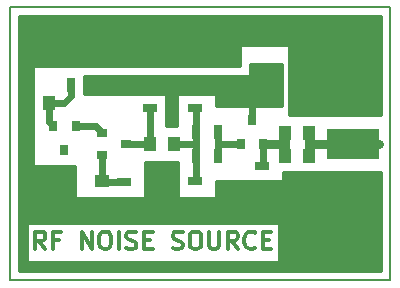
<source format=gbr>
G04 #@! TF.FileFunction,Copper,L1,Top,Signal*
%FSLAX46Y46*%
G04 Gerber Fmt 4.6, Leading zero omitted, Abs format (unit mm)*
G04 Created by KiCad (PCBNEW 4.0.6) date Wed Jul 14 20:47:06 2021*
%MOMM*%
%LPD*%
G01*
G04 APERTURE LIST*
%ADD10C,0.020000*%
%ADD11C,0.150000*%
%ADD12C,0.300000*%
%ADD13R,1.000000X1.250000*%
%ADD14R,1.250000X1.000000*%
%ADD15R,4.445000X2.540000*%
%ADD16R,1.000000X3.000000*%
%ADD17R,0.800000X0.900000*%
%ADD18R,0.900000X0.800000*%
%ADD19R,0.700000X1.300000*%
%ADD20R,1.300000X0.700000*%
%ADD21C,0.600000*%
%ADD22C,0.800000*%
%ADD23C,0.254000*%
G04 APERTURE END LIST*
D10*
D11*
X157988000Y-111633000D02*
X157988000Y-88519000D01*
X125857000Y-111633000D02*
X157988000Y-111633000D01*
X125857000Y-88519000D02*
X125857000Y-111633000D01*
X157988000Y-88519000D02*
X125857000Y-88519000D01*
D12*
X128814857Y-109009571D02*
X128314857Y-108295286D01*
X127957714Y-109009571D02*
X127957714Y-107509571D01*
X128529142Y-107509571D01*
X128672000Y-107581000D01*
X128743428Y-107652429D01*
X128814857Y-107795286D01*
X128814857Y-108009571D01*
X128743428Y-108152429D01*
X128672000Y-108223857D01*
X128529142Y-108295286D01*
X127957714Y-108295286D01*
X129957714Y-108223857D02*
X129457714Y-108223857D01*
X129457714Y-109009571D02*
X129457714Y-107509571D01*
X130172000Y-107509571D01*
X131886285Y-109009571D02*
X131886285Y-107509571D01*
X132743428Y-109009571D01*
X132743428Y-107509571D01*
X133743428Y-107509571D02*
X134029142Y-107509571D01*
X134172000Y-107581000D01*
X134314857Y-107723857D01*
X134386285Y-108009571D01*
X134386285Y-108509571D01*
X134314857Y-108795286D01*
X134172000Y-108938143D01*
X134029142Y-109009571D01*
X133743428Y-109009571D01*
X133600571Y-108938143D01*
X133457714Y-108795286D01*
X133386285Y-108509571D01*
X133386285Y-108009571D01*
X133457714Y-107723857D01*
X133600571Y-107581000D01*
X133743428Y-107509571D01*
X135029143Y-109009571D02*
X135029143Y-107509571D01*
X135672000Y-108938143D02*
X135886286Y-109009571D01*
X136243429Y-109009571D01*
X136386286Y-108938143D01*
X136457715Y-108866714D01*
X136529143Y-108723857D01*
X136529143Y-108581000D01*
X136457715Y-108438143D01*
X136386286Y-108366714D01*
X136243429Y-108295286D01*
X135957715Y-108223857D01*
X135814857Y-108152429D01*
X135743429Y-108081000D01*
X135672000Y-107938143D01*
X135672000Y-107795286D01*
X135743429Y-107652429D01*
X135814857Y-107581000D01*
X135957715Y-107509571D01*
X136314857Y-107509571D01*
X136529143Y-107581000D01*
X137172000Y-108223857D02*
X137672000Y-108223857D01*
X137886286Y-109009571D02*
X137172000Y-109009571D01*
X137172000Y-107509571D01*
X137886286Y-107509571D01*
X139600571Y-108938143D02*
X139814857Y-109009571D01*
X140172000Y-109009571D01*
X140314857Y-108938143D01*
X140386286Y-108866714D01*
X140457714Y-108723857D01*
X140457714Y-108581000D01*
X140386286Y-108438143D01*
X140314857Y-108366714D01*
X140172000Y-108295286D01*
X139886286Y-108223857D01*
X139743428Y-108152429D01*
X139672000Y-108081000D01*
X139600571Y-107938143D01*
X139600571Y-107795286D01*
X139672000Y-107652429D01*
X139743428Y-107581000D01*
X139886286Y-107509571D01*
X140243428Y-107509571D01*
X140457714Y-107581000D01*
X141386285Y-107509571D02*
X141671999Y-107509571D01*
X141814857Y-107581000D01*
X141957714Y-107723857D01*
X142029142Y-108009571D01*
X142029142Y-108509571D01*
X141957714Y-108795286D01*
X141814857Y-108938143D01*
X141671999Y-109009571D01*
X141386285Y-109009571D01*
X141243428Y-108938143D01*
X141100571Y-108795286D01*
X141029142Y-108509571D01*
X141029142Y-108009571D01*
X141100571Y-107723857D01*
X141243428Y-107581000D01*
X141386285Y-107509571D01*
X142672000Y-107509571D02*
X142672000Y-108723857D01*
X142743428Y-108866714D01*
X142814857Y-108938143D01*
X142957714Y-109009571D01*
X143243428Y-109009571D01*
X143386286Y-108938143D01*
X143457714Y-108866714D01*
X143529143Y-108723857D01*
X143529143Y-107509571D01*
X145100572Y-109009571D02*
X144600572Y-108295286D01*
X144243429Y-109009571D02*
X144243429Y-107509571D01*
X144814857Y-107509571D01*
X144957715Y-107581000D01*
X145029143Y-107652429D01*
X145100572Y-107795286D01*
X145100572Y-108009571D01*
X145029143Y-108152429D01*
X144957715Y-108223857D01*
X144814857Y-108295286D01*
X144243429Y-108295286D01*
X146600572Y-108866714D02*
X146529143Y-108938143D01*
X146314857Y-109009571D01*
X146172000Y-109009571D01*
X145957715Y-108938143D01*
X145814857Y-108795286D01*
X145743429Y-108652429D01*
X145672000Y-108366714D01*
X145672000Y-108152429D01*
X145743429Y-107866714D01*
X145814857Y-107723857D01*
X145957715Y-107581000D01*
X146172000Y-107509571D01*
X146314857Y-107509571D01*
X146529143Y-107581000D01*
X146600572Y-107652429D01*
X147243429Y-108223857D02*
X147743429Y-108223857D01*
X147957715Y-109009571D02*
X147243429Y-109009571D01*
X147243429Y-107509571D01*
X147957715Y-107509571D01*
D13*
X149114000Y-99187000D03*
X151114000Y-99187000D03*
X129143000Y-96647000D03*
X127143000Y-96647000D03*
X137684000Y-100076000D03*
X139684000Y-100076000D03*
X149114000Y-101092000D03*
X151114000Y-101092000D03*
D14*
X133604000Y-103267000D03*
X133604000Y-105267000D03*
X144272000Y-94980000D03*
X144272000Y-92980000D03*
D15*
X154876500Y-95631000D03*
X154876500Y-104521000D03*
X154876500Y-100076000D03*
D16*
X147574000Y-94972000D03*
X150114000Y-91972000D03*
D17*
X145354000Y-100060000D03*
X147254000Y-100060000D03*
X146304000Y-98060000D03*
D18*
X133620000Y-99126000D03*
X133620000Y-101026000D03*
X135620000Y-100076000D03*
D19*
X132903000Y-95123000D03*
X131003000Y-95123000D03*
D20*
X137668000Y-95189000D03*
X137668000Y-97089000D03*
X141478000Y-95189000D03*
X141478000Y-97089000D03*
D19*
X143444000Y-99060000D03*
X141544000Y-99060000D03*
X143444000Y-101092000D03*
X141544000Y-101092000D03*
D20*
X135509000Y-103317000D03*
X135509000Y-105217000D03*
X141478000Y-103190000D03*
X141478000Y-105090000D03*
X147193000Y-101920000D03*
X147193000Y-103820000D03*
D17*
X131379000Y-98568000D03*
X129479000Y-98568000D03*
X130429000Y-100568000D03*
D14*
X135255000Y-94980000D03*
X135255000Y-92980000D03*
X139573000Y-94980000D03*
X139573000Y-92980000D03*
D21*
X146304000Y-98060000D02*
X146304000Y-94980000D01*
X146304000Y-94980000D02*
X146304000Y-95123000D01*
X146304000Y-95123000D02*
X146304000Y-94980000D01*
X146304000Y-94980000D02*
X147566000Y-94980000D01*
X147566000Y-94980000D02*
X147574000Y-94972000D01*
X144063000Y-95189000D02*
X144272000Y-94980000D01*
X137668000Y-97089000D02*
X137668000Y-100060000D01*
X137668000Y-100060000D02*
X137684000Y-100076000D01*
X137684000Y-100076000D02*
X135620000Y-100076000D01*
X141544000Y-101092000D02*
X141544000Y-103124000D01*
X141544000Y-103124000D02*
X141478000Y-103190000D01*
X141544000Y-99060000D02*
X141544000Y-97155000D01*
X141544000Y-97155000D02*
X141478000Y-97089000D01*
X139684000Y-100076000D02*
X141544000Y-100076000D01*
X141544000Y-100076000D02*
X141351000Y-100076000D01*
X141351000Y-100076000D02*
X141544000Y-100076000D01*
X141544000Y-99187000D02*
X141544000Y-100076000D01*
X141544000Y-100076000D02*
X141544000Y-101092000D01*
D22*
X149114000Y-101092000D02*
X149114000Y-100568000D01*
X149114000Y-100568000D02*
X149114000Y-99187000D01*
X147254000Y-100060000D02*
X148987000Y-100060000D01*
X149114000Y-99933000D02*
X149114000Y-99187000D01*
X148987000Y-100060000D02*
X149114000Y-99933000D01*
D21*
X147254000Y-100060000D02*
X147254000Y-101859000D01*
X147254000Y-101859000D02*
X147193000Y-101920000D01*
D22*
X147270000Y-100076000D02*
X147254000Y-100060000D01*
X151114000Y-100076000D02*
X157099000Y-100076000D01*
X151114000Y-99187000D02*
X151114000Y-100076000D01*
X151114000Y-100076000D02*
X151114000Y-101092000D01*
D21*
X135509000Y-103317000D02*
X133654000Y-103317000D01*
X133654000Y-103317000D02*
X133604000Y-103267000D01*
X133620000Y-101026000D02*
X133620000Y-103251000D01*
X133620000Y-103251000D02*
X133604000Y-103267000D01*
X145354000Y-100060000D02*
X143444000Y-100060000D01*
X143637000Y-100076000D02*
X143444000Y-100076000D01*
X143460000Y-100076000D02*
X143637000Y-100076000D01*
X143444000Y-100060000D02*
X143460000Y-100076000D01*
X143444000Y-99187000D02*
X143444000Y-100076000D01*
X143444000Y-100076000D02*
X143444000Y-101092000D01*
X131379000Y-98568000D02*
X133062000Y-98568000D01*
X133062000Y-98568000D02*
X133620000Y-99126000D01*
X133615000Y-99121000D02*
X133620000Y-99126000D01*
X129143000Y-96647000D02*
X130429000Y-96647000D01*
X131003000Y-96073000D02*
X131003000Y-95123000D01*
X130429000Y-96647000D02*
X131003000Y-96073000D01*
X129143000Y-96647000D02*
X129143000Y-98232000D01*
X129143000Y-98232000D02*
X129479000Y-98568000D01*
D23*
G36*
X148844000Y-96901000D02*
X143256000Y-96901000D01*
X143256000Y-96012000D01*
X143245994Y-95962590D01*
X143217553Y-95920965D01*
X143175159Y-95893685D01*
X143129000Y-95885000D01*
X140081000Y-95885000D01*
X140031590Y-95895006D01*
X139989965Y-95923447D01*
X139962685Y-95965841D01*
X139954000Y-96012000D01*
X139954000Y-98552000D01*
X139065000Y-98552000D01*
X139065000Y-96012000D01*
X139054994Y-95962590D01*
X139026553Y-95920965D01*
X138984159Y-95893685D01*
X138938000Y-95885000D01*
X132080000Y-95885000D01*
X132080000Y-94361000D01*
X146050000Y-94361000D01*
X146099410Y-94350994D01*
X146141035Y-94322553D01*
X146168315Y-94280159D01*
X146177000Y-94234000D01*
X146177000Y-93345000D01*
X148844000Y-93345000D01*
X148844000Y-96901000D01*
X148844000Y-96901000D01*
G37*
X148844000Y-96901000D02*
X143256000Y-96901000D01*
X143256000Y-96012000D01*
X143245994Y-95962590D01*
X143217553Y-95920965D01*
X143175159Y-95893685D01*
X143129000Y-95885000D01*
X140081000Y-95885000D01*
X140031590Y-95895006D01*
X139989965Y-95923447D01*
X139962685Y-95965841D01*
X139954000Y-96012000D01*
X139954000Y-98552000D01*
X139065000Y-98552000D01*
X139065000Y-96012000D01*
X139054994Y-95962590D01*
X139026553Y-95920965D01*
X138984159Y-95893685D01*
X138938000Y-95885000D01*
X132080000Y-95885000D01*
X132080000Y-94361000D01*
X146050000Y-94361000D01*
X146099410Y-94350994D01*
X146141035Y-94322553D01*
X146168315Y-94280159D01*
X146177000Y-94234000D01*
X146177000Y-93345000D01*
X148844000Y-93345000D01*
X148844000Y-96901000D01*
G36*
X157226000Y-97663000D02*
X149479000Y-97663000D01*
X149479000Y-91821000D01*
X149468994Y-91771590D01*
X149440553Y-91729965D01*
X149398159Y-91702685D01*
X149352000Y-91694000D01*
X145415000Y-91694000D01*
X145365590Y-91704006D01*
X145323965Y-91732447D01*
X145296685Y-91774841D01*
X145288000Y-91821000D01*
X145288000Y-93472000D01*
X127889000Y-93472000D01*
X127839590Y-93482006D01*
X127797965Y-93510447D01*
X127770685Y-93552841D01*
X127762000Y-93599000D01*
X127762000Y-101854000D01*
X127772006Y-101903410D01*
X127800447Y-101945035D01*
X127842841Y-101972315D01*
X127889000Y-101981000D01*
X131318000Y-101981000D01*
X131318000Y-104521000D01*
X131328006Y-104570410D01*
X131356447Y-104612035D01*
X131398841Y-104639315D01*
X131445000Y-104648000D01*
X137160000Y-104648000D01*
X137209410Y-104637994D01*
X137251035Y-104609553D01*
X137278315Y-104567159D01*
X137287000Y-104521000D01*
X137287000Y-101600000D01*
X140081000Y-101600000D01*
X140081000Y-104521000D01*
X140091006Y-104570410D01*
X140119447Y-104612035D01*
X140161841Y-104639315D01*
X140208000Y-104648000D01*
X143129000Y-104648000D01*
X143178410Y-104637994D01*
X143220035Y-104609553D01*
X143247315Y-104567159D01*
X143256000Y-104521000D01*
X143256000Y-103251000D01*
X148844000Y-103251000D01*
X148893410Y-103240994D01*
X148935035Y-103212553D01*
X148962315Y-103170159D01*
X148971000Y-103124000D01*
X148971000Y-102489000D01*
X157226000Y-102489000D01*
X157226000Y-110871000D01*
X126619000Y-110871000D01*
X126619000Y-106750000D01*
X127219571Y-106750000D01*
X127219571Y-110062000D01*
X148624429Y-110062000D01*
X148624429Y-106750000D01*
X127219571Y-106750000D01*
X126619000Y-106750000D01*
X126619000Y-89281000D01*
X157226000Y-89281000D01*
X157226000Y-97663000D01*
X157226000Y-97663000D01*
G37*
X157226000Y-97663000D02*
X149479000Y-97663000D01*
X149479000Y-91821000D01*
X149468994Y-91771590D01*
X149440553Y-91729965D01*
X149398159Y-91702685D01*
X149352000Y-91694000D01*
X145415000Y-91694000D01*
X145365590Y-91704006D01*
X145323965Y-91732447D01*
X145296685Y-91774841D01*
X145288000Y-91821000D01*
X145288000Y-93472000D01*
X127889000Y-93472000D01*
X127839590Y-93482006D01*
X127797965Y-93510447D01*
X127770685Y-93552841D01*
X127762000Y-93599000D01*
X127762000Y-101854000D01*
X127772006Y-101903410D01*
X127800447Y-101945035D01*
X127842841Y-101972315D01*
X127889000Y-101981000D01*
X131318000Y-101981000D01*
X131318000Y-104521000D01*
X131328006Y-104570410D01*
X131356447Y-104612035D01*
X131398841Y-104639315D01*
X131445000Y-104648000D01*
X137160000Y-104648000D01*
X137209410Y-104637994D01*
X137251035Y-104609553D01*
X137278315Y-104567159D01*
X137287000Y-104521000D01*
X137287000Y-101600000D01*
X140081000Y-101600000D01*
X140081000Y-104521000D01*
X140091006Y-104570410D01*
X140119447Y-104612035D01*
X140161841Y-104639315D01*
X140208000Y-104648000D01*
X143129000Y-104648000D01*
X143178410Y-104637994D01*
X143220035Y-104609553D01*
X143247315Y-104567159D01*
X143256000Y-104521000D01*
X143256000Y-103251000D01*
X148844000Y-103251000D01*
X148893410Y-103240994D01*
X148935035Y-103212553D01*
X148962315Y-103170159D01*
X148971000Y-103124000D01*
X148971000Y-102489000D01*
X157226000Y-102489000D01*
X157226000Y-110871000D01*
X126619000Y-110871000D01*
X126619000Y-106750000D01*
X127219571Y-106750000D01*
X127219571Y-110062000D01*
X148624429Y-110062000D01*
X148624429Y-106750000D01*
X127219571Y-106750000D01*
X126619000Y-106750000D01*
X126619000Y-89281000D01*
X157226000Y-89281000D01*
X157226000Y-97663000D01*
M02*

</source>
